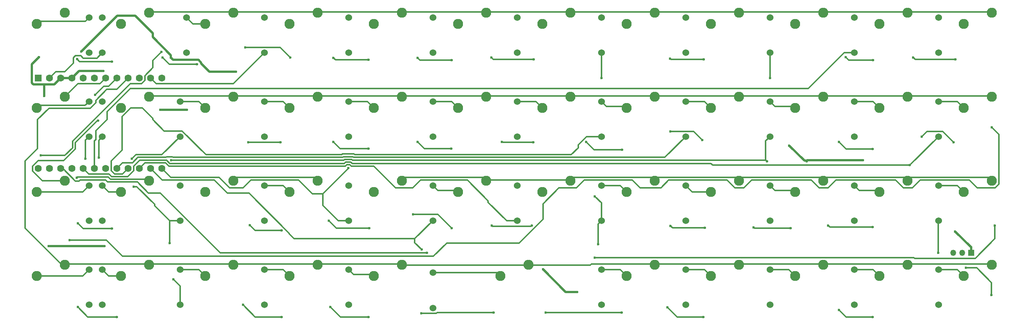
<source format=gtl>
G04 #@! TF.FileFunction,Copper,L1,Top,Mixed*
%FSLAX46Y46*%
G04 Gerber Fmt 4.6, Leading zero omitted, Abs format (unit mm)*
G04 Created by KiCad (PCBNEW 4.0.7) date 07/31/18 08:33:26*
%MOMM*%
%LPD*%
G01*
G04 APERTURE LIST*
%ADD10C,0.100000*%
%ADD11C,2.286000*%
%ADD12R,1.600000X1.600000*%
%ADD13C,1.600000*%
%ADD14R,1.350000X1.350000*%
%ADD15O,1.350000X1.350000*%
%ADD16C,1.524000*%
%ADD17C,0.600000*%
%ADD18C,0.500000*%
%ADD19C,0.300000*%
G04 APERTURE END LIST*
D10*
D11*
X61590000Y-34920000D03*
X55240000Y-37460000D03*
X80640000Y-34920000D03*
X74290000Y-37460000D03*
X99690000Y-34920000D03*
X93340000Y-37460000D03*
X118740000Y-34920000D03*
X112390000Y-37460000D03*
X137790000Y-34920000D03*
X131440000Y-37460000D03*
X156840000Y-34920000D03*
X150490000Y-37460000D03*
X175890000Y-34920000D03*
X169540000Y-37460000D03*
X194940000Y-34920000D03*
X188590000Y-37460000D03*
X213990000Y-34920000D03*
X207640000Y-37460000D03*
X233040000Y-34920000D03*
X226690000Y-37460000D03*
X252090000Y-34920000D03*
X245740000Y-37460000D03*
X42540000Y-53970000D03*
X36190000Y-56510000D03*
X61590000Y-53970000D03*
X55240000Y-56510000D03*
X80640000Y-53970000D03*
X74290000Y-56510000D03*
X99690000Y-53970000D03*
X93340000Y-56510000D03*
X118740000Y-53970000D03*
X112390000Y-56510000D03*
X137790000Y-53970000D03*
X131440000Y-56510000D03*
X156840000Y-53970000D03*
X150490000Y-56510000D03*
X175890000Y-53970000D03*
X169540000Y-56510000D03*
X194940000Y-53970000D03*
X188590000Y-56510000D03*
X213990000Y-53970000D03*
X207640000Y-56510000D03*
X233040000Y-53970000D03*
X226690000Y-56510000D03*
X252090000Y-53970000D03*
X245740000Y-56510000D03*
X42540000Y-73020000D03*
X36190000Y-75560000D03*
X61590000Y-73020000D03*
X55240000Y-75560000D03*
X80640000Y-73020000D03*
X74290000Y-75560000D03*
X99690000Y-73020000D03*
X93340000Y-75560000D03*
X118740000Y-73020000D03*
X112390000Y-75560000D03*
X137790000Y-73020000D03*
X131440000Y-75560000D03*
X156840000Y-73020000D03*
X150490000Y-75560000D03*
X175890000Y-73020000D03*
X169540000Y-75560000D03*
X194940000Y-73020000D03*
X188590000Y-75560000D03*
X213990000Y-73020000D03*
X207640000Y-75560000D03*
X233040000Y-73020000D03*
X226690000Y-75560000D03*
X252090000Y-73020000D03*
X245740000Y-75560000D03*
X42540000Y-92070000D03*
X36190000Y-94610000D03*
X61590000Y-92070000D03*
X55240000Y-94610000D03*
X80640000Y-92070000D03*
X74290000Y-94610000D03*
X99690000Y-92070000D03*
X93340000Y-94610000D03*
X118740000Y-92070000D03*
X112390000Y-94610000D03*
X147315000Y-92070000D03*
X140965000Y-94610000D03*
X175890000Y-92070000D03*
X169540000Y-94610000D03*
X194940000Y-92070000D03*
X188590000Y-94610000D03*
X213990000Y-92070000D03*
X207640000Y-94610000D03*
X233040000Y-92070000D03*
X226690000Y-94610000D03*
X252090000Y-92070000D03*
X245740000Y-94610000D03*
D12*
X36530000Y-49750000D03*
D13*
X39070000Y-49750000D03*
X41610000Y-49750000D03*
X44150000Y-49750000D03*
X46690000Y-49750000D03*
X49230000Y-49750000D03*
X51770000Y-49750000D03*
X54310000Y-49750000D03*
X56850000Y-49750000D03*
X59390000Y-49750000D03*
X61930000Y-49750000D03*
X64470000Y-49750000D03*
X64470000Y-70250000D03*
X61930000Y-70250000D03*
X59390000Y-70250000D03*
X56850000Y-70250000D03*
X54310000Y-70250000D03*
X51770000Y-70250000D03*
X49230000Y-70250000D03*
X46690000Y-70250000D03*
X44150000Y-70250000D03*
X41610000Y-70250000D03*
X39070000Y-70250000D03*
X36530000Y-70250000D03*
D11*
X42540000Y-34920000D03*
X36190000Y-37460000D03*
D14*
X247402000Y-89380000D03*
D15*
X245402000Y-89380000D03*
X243402000Y-89380000D03*
D16*
X240025000Y-63050000D03*
X240025000Y-55050000D03*
X48025000Y-44000000D03*
X48025000Y-36000000D03*
X51025000Y-44000000D03*
X51025000Y-36000000D03*
X70075000Y-44000000D03*
X70075000Y-36000000D03*
X87625000Y-44000000D03*
X87625000Y-36000000D03*
X106675000Y-44000000D03*
X106675000Y-36000000D03*
X125725000Y-44000000D03*
X125725000Y-36000000D03*
X144775000Y-44000000D03*
X144775000Y-36000000D03*
X163825000Y-44000000D03*
X163825000Y-36000000D03*
X182875000Y-44000000D03*
X182875000Y-36000000D03*
X201925000Y-44000000D03*
X201925000Y-36000000D03*
X220975000Y-44000000D03*
X220975000Y-36000000D03*
X240025000Y-44000000D03*
X240025000Y-36000000D03*
X48025000Y-63050000D03*
X48025000Y-55050000D03*
X51025000Y-63050000D03*
X51025000Y-55050000D03*
X68575000Y-63050000D03*
X68575000Y-55050000D03*
X87625000Y-63050000D03*
X87625000Y-55050000D03*
X106675000Y-63050000D03*
X106675000Y-55050000D03*
X125725000Y-63050000D03*
X125725000Y-55050000D03*
X144775000Y-63050000D03*
X144775000Y-55050000D03*
X163825000Y-63050000D03*
X163825000Y-55050000D03*
X182875000Y-63050000D03*
X182875000Y-55050000D03*
X201925000Y-63050000D03*
X201925000Y-55050000D03*
X220975000Y-63050000D03*
X220975000Y-55050000D03*
X48025000Y-82100000D03*
X48025000Y-74100000D03*
X51025000Y-82100000D03*
X51025000Y-74100000D03*
X68575000Y-82100000D03*
X68575000Y-74100000D03*
X87625000Y-82100000D03*
X87625000Y-74100000D03*
X106675000Y-82100000D03*
X106675000Y-74100000D03*
X125725000Y-82100000D03*
X125725000Y-74100000D03*
X144775000Y-82100000D03*
X144775000Y-74100000D03*
X163825000Y-82100000D03*
X163825000Y-74100000D03*
X182875000Y-82100000D03*
X182875000Y-74100000D03*
X201925000Y-82100000D03*
X201925000Y-74100000D03*
X220975000Y-82100000D03*
X220975000Y-74100000D03*
X240025000Y-82100000D03*
X240025000Y-74100000D03*
X48025000Y-101150000D03*
X48025000Y-93150000D03*
X51025000Y-101150000D03*
X51025000Y-93150000D03*
X68575000Y-101150000D03*
X68575000Y-93150000D03*
X87625000Y-101150000D03*
X87625000Y-93150000D03*
X106675000Y-101150000D03*
X106675000Y-93150000D03*
X125725000Y-101880000D03*
X125725000Y-93880000D03*
X163825000Y-101150000D03*
X163825000Y-93150000D03*
X182875000Y-101150000D03*
X182875000Y-93150000D03*
X201925000Y-101150000D03*
X201925000Y-93150000D03*
X220975000Y-101150000D03*
X220975000Y-93150000D03*
X240025000Y-101150000D03*
X240025000Y-93150000D03*
D17*
X38883800Y-87822100D03*
X51525000Y-87822100D03*
X222975000Y-68390500D03*
X210272700Y-68642900D03*
X243833200Y-84564100D03*
X51285100Y-48177000D03*
X150618700Y-93067400D03*
X158359300Y-98222200D03*
X64120400Y-56962300D03*
X70129500Y-56962300D03*
X37861000Y-53843900D03*
X36667800Y-45034600D03*
X206325100Y-65044000D03*
X45266300Y-72315700D03*
X49413600Y-53570400D03*
X50059000Y-59403200D03*
X81264700Y-48308800D03*
X66519600Y-45102300D03*
X46255400Y-43740300D03*
X53247400Y-46011900D03*
X45292500Y-45459200D03*
X72438700Y-46631700D03*
X64603800Y-45063800D03*
X93533000Y-45080000D03*
X83382700Y-42787600D03*
X111244100Y-45625600D03*
X103280200Y-45171900D03*
X129961600Y-45701900D03*
X122323400Y-45210100D03*
X148514300Y-45530900D03*
X138984600Y-45080000D03*
X186951800Y-45530900D03*
X179342500Y-45318500D03*
X225271900Y-45692000D03*
X219110500Y-45025800D03*
X243862500Y-45530900D03*
X234332800Y-45080000D03*
X37143800Y-67312100D03*
X64412700Y-43811700D03*
X91270400Y-64288700D03*
X84010400Y-64288700D03*
X111244100Y-65750200D03*
X103267100Y-64208800D03*
X129955500Y-65750200D03*
X122333300Y-64225000D03*
X148424700Y-64284300D03*
X141365700Y-64207400D03*
X168520900Y-65974000D03*
X160433300Y-64225000D03*
X186651000Y-63824300D03*
X179405200Y-61831600D03*
X225205500Y-65821000D03*
X217583300Y-64225000D03*
X243466500Y-64309000D03*
X236242000Y-63052600D03*
X43636400Y-86519000D03*
X252095100Y-60957800D03*
X53247400Y-83849300D03*
X45476500Y-82675200D03*
X91540500Y-84268600D03*
X84393600Y-83115600D03*
X111334700Y-83816400D03*
X102223500Y-82132400D03*
X129979200Y-83749500D03*
X121273500Y-80637400D03*
X148102400Y-83196100D03*
X139030700Y-83226100D03*
X187222100Y-83743300D03*
X179477000Y-83268700D03*
X206658400Y-83791900D03*
X198219500Y-83610100D03*
X225205500Y-83568200D03*
X215130400Y-83180000D03*
X162319100Y-90460700D03*
X252805900Y-83232900D03*
X54333500Y-103899800D03*
X45495100Y-101686800D03*
X91540500Y-103899800D03*
X82836000Y-101153000D03*
X111244100Y-103907200D03*
X102607800Y-101649500D03*
X139467400Y-102960700D03*
X123103400Y-103095100D03*
X168446500Y-102960700D03*
X151248100Y-102960700D03*
X186888700Y-103899600D03*
X178729800Y-101698600D03*
X225205500Y-103899600D03*
X217583300Y-102325000D03*
X124376800Y-89387200D03*
X47229100Y-68063300D03*
X50209000Y-67797300D03*
X66218400Y-87162400D03*
X67088300Y-95389000D03*
X57709400Y-68037900D03*
X58120000Y-74364400D03*
X106618300Y-70123800D03*
X123192800Y-88600800D03*
X163825000Y-49781700D03*
X163105800Y-87438900D03*
X162338300Y-76584200D03*
X201925000Y-49747500D03*
X201252400Y-68614000D03*
X66567400Y-68339300D03*
X233581600Y-69493400D03*
X239939200Y-89370300D03*
X252037900Y-98957400D03*
X246235400Y-92754700D03*
D18*
X38883800Y-87822100D02*
X51525000Y-87822100D01*
X247402000Y-89380000D02*
X247402000Y-88054700D01*
X247323800Y-88054700D02*
X247402000Y-88054700D01*
X243833200Y-84564100D02*
X247323800Y-88054700D01*
X45723000Y-48177000D02*
X51285100Y-48177000D01*
X44150000Y-49750000D02*
X45723000Y-48177000D01*
X155773500Y-98222200D02*
X158359300Y-98222200D01*
X150618700Y-93067400D02*
X155773500Y-98222200D01*
X64120400Y-56962300D02*
X70129500Y-56962300D01*
X41610000Y-49750000D02*
X44150000Y-49750000D01*
X35079600Y-46622800D02*
X36667800Y-45034600D01*
X35079600Y-50853200D02*
X35079600Y-46622800D01*
X35426800Y-51200400D02*
X35079600Y-50853200D01*
X37861000Y-51200400D02*
X35426800Y-51200400D01*
X40159600Y-51200400D02*
X37861000Y-51200400D01*
X41610000Y-49750000D02*
X40159600Y-51200400D01*
X37861000Y-51200400D02*
X37861000Y-53843900D01*
X210272700Y-68434200D02*
X210272700Y-68642900D01*
X210316400Y-68390500D02*
X210272700Y-68434200D01*
X222975000Y-68390500D02*
X210316400Y-68390500D01*
X209715300Y-68434200D02*
X206325100Y-65044000D01*
X210272700Y-68434200D02*
X209715300Y-68434200D01*
D19*
X233184500Y-53825500D02*
X233040000Y-53970000D01*
X251945500Y-53825500D02*
X233184500Y-53825500D01*
X252090000Y-53970000D02*
X251945500Y-53825500D01*
X156707600Y-53837600D02*
X156840000Y-53970000D01*
X137922400Y-53837600D02*
X156707600Y-53837600D01*
X137790000Y-53970000D02*
X137922400Y-53837600D01*
X175757600Y-53837600D02*
X175890000Y-53970000D01*
X156972400Y-53837600D02*
X175757600Y-53837600D01*
X156840000Y-53970000D02*
X156972400Y-53837600D01*
X194807600Y-53837600D02*
X194940000Y-53970000D01*
X176022400Y-53837600D02*
X194807600Y-53837600D01*
X175890000Y-53970000D02*
X176022400Y-53837600D01*
X213857600Y-53837600D02*
X213990000Y-53970000D01*
X195072400Y-53837600D02*
X213857600Y-53837600D01*
X194940000Y-53970000D02*
X195072400Y-53837600D01*
X232907600Y-53837600D02*
X233040000Y-53970000D01*
X214122400Y-53837600D02*
X232907600Y-53837600D01*
X213990000Y-53970000D02*
X214122400Y-53837600D01*
X80507800Y-53837800D02*
X80640000Y-53970000D01*
X80507800Y-53837700D02*
X80507800Y-53837800D01*
X61722300Y-53837700D02*
X80507800Y-53837700D01*
X61590000Y-53970000D02*
X61722300Y-53837700D01*
X99557600Y-53837600D02*
X99690000Y-53970000D01*
X80772400Y-53837600D02*
X99557600Y-53837600D01*
X80640000Y-53970000D02*
X80772400Y-53837600D01*
X118607600Y-53837600D02*
X118740000Y-53970000D01*
X99822400Y-53837600D02*
X118607600Y-53837600D01*
X99690000Y-53970000D02*
X99822400Y-53837600D01*
X137651300Y-53831300D02*
X137790000Y-53970000D01*
X118878700Y-53831300D02*
X137651300Y-53831300D01*
X118740000Y-53970000D02*
X118878700Y-53831300D01*
X45509600Y-51000400D02*
X42540000Y-53970000D01*
X50519600Y-51000400D02*
X45509600Y-51000400D01*
X51770000Y-49750000D02*
X50519600Y-51000400D01*
X119472700Y-72287300D02*
X118740000Y-73020000D01*
X137057300Y-72287300D02*
X119472700Y-72287300D01*
X137790000Y-73020000D02*
X137057300Y-72287300D01*
X137922400Y-72887600D02*
X137790000Y-73020000D01*
X156707600Y-72887600D02*
X137922400Y-72887600D01*
X156840000Y-73020000D02*
X156707600Y-72887600D01*
X233787800Y-72272200D02*
X233040000Y-73020000D01*
X251342200Y-72272200D02*
X233787800Y-72272200D01*
X252090000Y-73020000D02*
X251342200Y-72272200D01*
X214722700Y-72287300D02*
X213990000Y-73020000D01*
X232307300Y-72287300D02*
X214722700Y-72287300D01*
X233040000Y-73020000D02*
X232307300Y-72287300D01*
X195672700Y-72287300D02*
X194940000Y-73020000D01*
X213257300Y-72287300D02*
X195672700Y-72287300D01*
X213990000Y-73020000D02*
X213257300Y-72287300D01*
X98910200Y-72240200D02*
X99690000Y-73020000D01*
X81419800Y-72240200D02*
X98910200Y-72240200D01*
X80640000Y-73020000D02*
X81419800Y-72240200D01*
X157584800Y-72275200D02*
X156840000Y-73020000D01*
X175145200Y-72275200D02*
X157584800Y-72275200D01*
X175890000Y-73020000D02*
X175145200Y-72275200D01*
X194207300Y-72287300D02*
X194940000Y-73020000D01*
X176622700Y-72287300D02*
X194207300Y-72287300D01*
X175890000Y-73020000D02*
X176622700Y-72287300D01*
X61272900Y-72702900D02*
X61590000Y-73020000D01*
X52862400Y-72702900D02*
X61272900Y-72702900D01*
X52386200Y-72226700D02*
X52862400Y-72702900D01*
X45355300Y-72226700D02*
X52386200Y-72226700D01*
X45266300Y-72315700D02*
X45355300Y-72226700D01*
X51383200Y-51600800D02*
X49413600Y-53570400D01*
X52459200Y-51600800D02*
X51383200Y-51600800D01*
X54310000Y-49750000D02*
X52459200Y-51600800D01*
X37454100Y-73020000D02*
X42540000Y-73020000D01*
X35235200Y-70801100D02*
X37454100Y-73020000D01*
X35235200Y-69728200D02*
X35235200Y-70801100D01*
X36531800Y-68431600D02*
X35235200Y-69728200D01*
X42297200Y-68431600D02*
X36531800Y-68431600D01*
X44899800Y-65829000D02*
X42297200Y-68431600D01*
X44899800Y-64436000D02*
X44899800Y-65829000D01*
X49932600Y-59403200D02*
X44899800Y-64436000D01*
X50059000Y-59403200D02*
X49932600Y-59403200D01*
X99557600Y-91937600D02*
X99690000Y-92070000D01*
X80772400Y-91937600D02*
X99557600Y-91937600D01*
X80640000Y-92070000D02*
X80772400Y-91937600D01*
X233217500Y-91892500D02*
X233040000Y-92070000D01*
X251912500Y-91892500D02*
X233217500Y-91892500D01*
X252090000Y-92070000D02*
X251912500Y-91892500D01*
X176022400Y-91937600D02*
X175890000Y-92070000D01*
X194807600Y-91937600D02*
X176022400Y-91937600D01*
X194940000Y-92070000D02*
X194807600Y-91937600D01*
X213857600Y-91937600D02*
X213990000Y-92070000D01*
X195072400Y-91937600D02*
X213857600Y-91937600D01*
X194940000Y-92070000D02*
X195072400Y-91937600D01*
X232907600Y-91937600D02*
X233040000Y-92070000D01*
X214122400Y-91937600D02*
X232907600Y-91937600D01*
X213990000Y-92070000D02*
X214122400Y-91937600D01*
X175757600Y-91937600D02*
X175890000Y-92070000D01*
X161559800Y-91937600D02*
X175757600Y-91937600D01*
X161338500Y-92158900D02*
X161559800Y-91937600D01*
X147403900Y-92158900D02*
X161338500Y-92158900D01*
X147315000Y-92070000D02*
X147403900Y-92158900D01*
X61722400Y-91937600D02*
X61590000Y-92070000D01*
X80507600Y-91937600D02*
X61722400Y-91937600D01*
X80640000Y-92070000D02*
X80507600Y-91937600D01*
X61457600Y-91937600D02*
X61590000Y-92070000D01*
X42672400Y-91937600D02*
X61457600Y-91937600D01*
X42540000Y-92070000D02*
X42672400Y-91937600D01*
X118566800Y-91896800D02*
X118740000Y-92070000D01*
X99863200Y-91896800D02*
X118566800Y-91896800D01*
X99690000Y-92070000D02*
X99863200Y-91896800D01*
X147245600Y-92139400D02*
X147315000Y-92070000D01*
X118809400Y-92139400D02*
X147245600Y-92139400D01*
X118740000Y-92070000D02*
X118809400Y-92139400D01*
X41860500Y-92070000D02*
X42540000Y-92070000D01*
X33552600Y-83762100D02*
X41860500Y-92070000D01*
X33552600Y-68581700D02*
X33552600Y-83762100D01*
X36357200Y-65777100D02*
X33552600Y-68581700D01*
X36357200Y-59186600D02*
X36357200Y-65777100D01*
X38971600Y-56572200D02*
X36357200Y-59186600D01*
X48264300Y-56572200D02*
X38971600Y-56572200D01*
X49525000Y-55311500D02*
X48264300Y-56572200D01*
X49525000Y-54826200D02*
X49525000Y-55311500D01*
X52060700Y-52290500D02*
X49525000Y-54826200D01*
X54309500Y-52290500D02*
X52060700Y-52290500D01*
X56850000Y-49750000D02*
X54309500Y-52290500D01*
D18*
X54350700Y-35645000D02*
X46255400Y-43740300D01*
X58494300Y-35645000D02*
X54350700Y-35645000D01*
X62398300Y-39549000D02*
X58494300Y-35645000D01*
X62398300Y-40453300D02*
X62398300Y-39549000D01*
X66519600Y-44574600D02*
X62398300Y-40453300D01*
X66519600Y-45102300D02*
X66519600Y-44574600D01*
X67031400Y-45614100D02*
X66519600Y-45102300D01*
X72765100Y-45614100D02*
X67031400Y-45614100D01*
X73389000Y-46238000D02*
X72765100Y-45614100D01*
X73389000Y-46445300D02*
X73389000Y-46238000D01*
X75252500Y-48308800D02*
X73389000Y-46445300D01*
X81264700Y-48308800D02*
X75252500Y-48308800D01*
D19*
X233172400Y-34787600D02*
X233040000Y-34920000D01*
X251957600Y-34787600D02*
X233172400Y-34787600D01*
X252090000Y-34920000D02*
X251957600Y-34787600D01*
X214122400Y-34787600D02*
X213990000Y-34920000D01*
X232907600Y-34787600D02*
X214122400Y-34787600D01*
X233040000Y-34920000D02*
X232907600Y-34787600D01*
X195072400Y-34787600D02*
X194940000Y-34920000D01*
X213857600Y-34787600D02*
X195072400Y-34787600D01*
X213990000Y-34920000D02*
X213857600Y-34787600D01*
X156707600Y-34787600D02*
X156840000Y-34920000D01*
X137922400Y-34787600D02*
X156707600Y-34787600D01*
X137790000Y-34920000D02*
X137922400Y-34787600D01*
X156972400Y-34787600D02*
X156840000Y-34920000D01*
X175757600Y-34787600D02*
X156972400Y-34787600D01*
X175890000Y-34920000D02*
X175757600Y-34787600D01*
X194807600Y-34787600D02*
X194940000Y-34920000D01*
X176022400Y-34787600D02*
X194807600Y-34787600D01*
X175890000Y-34920000D02*
X176022400Y-34787600D01*
X99822400Y-34787600D02*
X99690000Y-34920000D01*
X118607600Y-34787600D02*
X99822400Y-34787600D01*
X118740000Y-34920000D02*
X118607600Y-34787600D01*
X137657600Y-34787600D02*
X137790000Y-34920000D01*
X118872400Y-34787600D02*
X137657600Y-34787600D01*
X118740000Y-34920000D02*
X118872400Y-34787600D01*
X61722400Y-34787600D02*
X61590000Y-34920000D01*
X80507600Y-34787600D02*
X61722400Y-34787600D01*
X80640000Y-34920000D02*
X80507600Y-34787600D01*
X99557600Y-34787600D02*
X99690000Y-34920000D01*
X80772400Y-34787600D02*
X99557600Y-34787600D01*
X80640000Y-34920000D02*
X80772400Y-34787600D01*
X45845200Y-46011900D02*
X45292500Y-45459200D01*
X53247400Y-46011900D02*
X45845200Y-46011900D01*
X66171700Y-46631700D02*
X64603800Y-45063800D01*
X72438700Y-46631700D02*
X66171700Y-46631700D01*
X91240600Y-42787600D02*
X83382700Y-42787600D01*
X93533000Y-45080000D02*
X91240600Y-42787600D01*
X103733900Y-45625600D02*
X103280200Y-45171900D01*
X111244100Y-45625600D02*
X103733900Y-45625600D01*
X122815200Y-45701900D02*
X122323400Y-45210100D01*
X129961600Y-45701900D02*
X122815200Y-45701900D01*
X139435500Y-45530900D02*
X138984600Y-45080000D01*
X148514300Y-45530900D02*
X139435500Y-45530900D01*
X179554900Y-45530900D02*
X179342500Y-45318500D01*
X186951800Y-45530900D02*
X179554900Y-45530900D01*
X219776700Y-45692000D02*
X219110500Y-45025800D01*
X225271900Y-45692000D02*
X219776700Y-45692000D01*
X234783700Y-45530900D02*
X234332800Y-45080000D01*
X243862500Y-45530900D02*
X234783700Y-45530900D01*
X42534900Y-67312100D02*
X37143800Y-67312100D01*
X44298800Y-65548200D02*
X42534900Y-67312100D01*
X44298800Y-64069000D02*
X44298800Y-65548200D01*
X57348300Y-51019500D02*
X44298800Y-64069000D01*
X59898600Y-51019500D02*
X57348300Y-51019500D01*
X60640400Y-50277700D02*
X59898600Y-51019500D01*
X60640400Y-49206700D02*
X60640400Y-50277700D01*
X62443400Y-47403700D02*
X60640400Y-49206700D01*
X62443400Y-45781000D02*
X62443400Y-47403700D01*
X64412700Y-43811700D02*
X62443400Y-45781000D01*
X84010400Y-64288700D02*
X91270400Y-64288700D01*
X104808500Y-65750200D02*
X103267100Y-64208800D01*
X111244100Y-65750200D02*
X104808500Y-65750200D01*
X123858500Y-65750200D02*
X122333300Y-64225000D01*
X129955500Y-65750200D02*
X123858500Y-65750200D01*
X141442600Y-64284300D02*
X148424700Y-64284300D01*
X141365700Y-64207400D02*
X141442600Y-64284300D01*
X162182300Y-65974000D02*
X168520900Y-65974000D01*
X160433300Y-64225000D02*
X162182300Y-65974000D01*
X184658300Y-61831600D02*
X179405200Y-61831600D01*
X186651000Y-63824300D02*
X184658300Y-61831600D01*
X219179300Y-65821000D02*
X217583300Y-64225000D01*
X225205500Y-65821000D02*
X219179300Y-65821000D01*
X237463000Y-61831600D02*
X236242000Y-63052600D01*
X240989100Y-61831600D02*
X237463000Y-61831600D01*
X243466500Y-64309000D02*
X240989100Y-61831600D01*
X51933700Y-86519000D02*
X43636400Y-86519000D01*
X55587500Y-90172800D02*
X51933700Y-86519000D01*
X125856900Y-90172800D02*
X55587500Y-90172800D01*
X128893100Y-87136600D02*
X125856900Y-90172800D01*
X145262200Y-87136600D02*
X128893100Y-87136600D01*
X150629500Y-81769300D02*
X145262200Y-87136600D01*
X150629500Y-78252400D02*
X150629500Y-81769300D01*
X154199200Y-74682700D02*
X150629500Y-78252400D01*
X158195300Y-74682700D02*
X154199200Y-74682700D01*
X160002400Y-72875600D02*
X158195300Y-74682700D01*
X170807200Y-72875600D02*
X160002400Y-72875600D01*
X172545700Y-74614100D02*
X170807200Y-72875600D01*
X177313900Y-74614100D02*
X172545700Y-74614100D01*
X179040300Y-72887700D02*
X177313900Y-74614100D01*
X192267700Y-72887700D02*
X179040300Y-72887700D01*
X194032900Y-74652900D02*
X192267700Y-72887700D01*
X196038500Y-74652900D02*
X194032900Y-74652900D01*
X197803700Y-72887700D02*
X196038500Y-74652900D01*
X211317700Y-72887700D02*
X197803700Y-72887700D01*
X213082900Y-74652900D02*
X211317700Y-72887700D01*
X215088500Y-74652900D02*
X213082900Y-74652900D01*
X216853700Y-72887700D02*
X215088500Y-74652900D01*
X230367700Y-72887700D02*
X216853700Y-72887700D01*
X232132900Y-74652900D02*
X230367700Y-72887700D01*
X234138500Y-74652900D02*
X232132900Y-74652900D01*
X235918800Y-72872600D02*
X234138500Y-74652900D01*
X247004200Y-72872600D02*
X235918800Y-72872600D01*
X248745700Y-74614100D02*
X247004200Y-72872600D01*
X252829100Y-74614100D02*
X248745700Y-74614100D01*
X253687000Y-73756200D02*
X252829100Y-74614100D01*
X253687000Y-62549700D02*
X253687000Y-73756200D01*
X252095100Y-60957800D02*
X253687000Y-62549700D01*
X46650600Y-83849300D02*
X45476500Y-82675200D01*
X53247400Y-83849300D02*
X46650600Y-83849300D01*
X85546600Y-84268600D02*
X84393600Y-83115600D01*
X91540500Y-84268600D02*
X85546600Y-84268600D01*
X103907500Y-83816400D02*
X102223500Y-82132400D01*
X111334700Y-83816400D02*
X103907500Y-83816400D01*
X126867100Y-80637400D02*
X121273500Y-80637400D01*
X129979200Y-83749500D02*
X126867100Y-80637400D01*
X147934100Y-83364400D02*
X148102400Y-83196100D01*
X139169000Y-83364400D02*
X147934100Y-83364400D01*
X139030700Y-83226100D02*
X139169000Y-83364400D01*
X179951600Y-83743300D02*
X179477000Y-83268700D01*
X187222100Y-83743300D02*
X179951600Y-83743300D01*
X198401300Y-83791900D02*
X198219500Y-83610100D01*
X206658400Y-83791900D02*
X198401300Y-83791900D01*
X215518600Y-83568200D02*
X215130400Y-83180000D01*
X225205500Y-83568200D02*
X215518600Y-83568200D01*
X234488700Y-90460700D02*
X162319100Y-90460700D01*
X234633400Y-90605400D02*
X234488700Y-90460700D01*
X248326200Y-90605400D02*
X234633400Y-90605400D01*
X252805900Y-86125700D02*
X248326200Y-90605400D01*
X252805900Y-83232900D02*
X252805900Y-86125700D01*
X47708100Y-103899800D02*
X45495100Y-101686800D01*
X54333500Y-103899800D02*
X47708100Y-103899800D01*
X85582800Y-103899800D02*
X82836000Y-101153000D01*
X91540500Y-103899800D02*
X85582800Y-103899800D01*
X104865500Y-103907200D02*
X102607800Y-101649500D01*
X111244100Y-103907200D02*
X104865500Y-103907200D01*
X126660900Y-102960700D02*
X139467400Y-102960700D01*
X126526500Y-103095100D02*
X126660900Y-102960700D01*
X123103400Y-103095100D02*
X126526500Y-103095100D01*
X151248100Y-102960700D02*
X168446500Y-102960700D01*
X180930800Y-103899600D02*
X178729800Y-101698600D01*
X186888700Y-103899600D02*
X180930800Y-103899600D01*
X219157900Y-103899600D02*
X217583300Y-102325000D01*
X225205500Y-103899600D02*
X219157900Y-103899600D01*
X42088000Y-70250000D02*
X41610000Y-70250000D01*
X44940800Y-73102800D02*
X42088000Y-70250000D01*
X45736900Y-73102800D02*
X44940800Y-73102800D01*
X45998600Y-72841100D02*
X45736900Y-73102800D01*
X51727500Y-72841100D02*
X45998600Y-72841100D01*
X52189700Y-73303300D02*
X51727500Y-72841100D01*
X58942600Y-73303300D02*
X52189700Y-73303300D01*
X61447400Y-75808100D02*
X58942600Y-73303300D01*
X64130600Y-75808100D02*
X61447400Y-75808100D01*
X77709700Y-89387200D02*
X64130600Y-75808100D01*
X124376800Y-89387200D02*
X77709700Y-89387200D01*
X47229100Y-63845900D02*
X47229100Y-68063300D01*
X48025000Y-63050000D02*
X47229100Y-63845900D01*
X36790300Y-36859700D02*
X36190000Y-37460000D01*
X47165300Y-36859700D02*
X36790300Y-36859700D01*
X48025000Y-36000000D02*
X47165300Y-36859700D01*
X49790200Y-45234800D02*
X51025000Y-44000000D01*
X46672200Y-45234800D02*
X49790200Y-45234800D01*
X46142200Y-44704800D02*
X46672200Y-45234800D01*
X44942400Y-44704800D02*
X46142200Y-44704800D01*
X44506200Y-45141000D02*
X44942400Y-44704800D01*
X44506200Y-46326300D02*
X44506200Y-45141000D01*
X42514200Y-48318300D02*
X44506200Y-46326300D01*
X40501700Y-48318300D02*
X42514200Y-48318300D01*
X39070000Y-49750000D02*
X40501700Y-48318300D01*
X50209000Y-63866000D02*
X50209000Y-67797300D01*
X51025000Y-63050000D02*
X50209000Y-63866000D01*
X68575000Y-96875600D02*
X68575000Y-101150000D01*
X68574900Y-96875600D02*
X68575000Y-96875600D01*
X67088300Y-95389000D02*
X68574900Y-96875600D01*
X66240300Y-87140500D02*
X66218400Y-87162400D01*
X66240300Y-82100000D02*
X66240300Y-87140500D01*
X68575000Y-82100000D02*
X66240300Y-82100000D01*
X58120000Y-74364500D02*
X58120000Y-74364400D01*
X58829700Y-74364500D02*
X58120000Y-74364500D01*
X62828700Y-78363500D02*
X58829700Y-74364500D01*
X62828700Y-78688400D02*
X62828700Y-78363500D01*
X66240300Y-82100000D02*
X62828700Y-78688400D01*
X58626900Y-67120400D02*
X57709400Y-68037900D01*
X64504600Y-67120400D02*
X58626900Y-67120400D01*
X68575000Y-63050000D02*
X64504600Y-67120400D01*
X71535000Y-37460000D02*
X70075000Y-36000000D01*
X74290000Y-37460000D02*
X71535000Y-37460000D01*
X63181900Y-51001900D02*
X61930000Y-49750000D01*
X80623100Y-51001900D02*
X63181900Y-51001900D01*
X87625000Y-44000000D02*
X80623100Y-51001900D01*
X106618300Y-70216300D02*
X106618300Y-70123800D01*
X100878600Y-75956000D02*
X106618300Y-70216300D01*
X100878600Y-78619400D02*
X100878600Y-75956000D01*
X104359200Y-82100000D02*
X100878600Y-78619400D01*
X106675000Y-82100000D02*
X104359200Y-82100000D01*
X66475900Y-72255900D02*
X64470000Y-70250000D01*
X77431000Y-72255900D02*
X66475900Y-72255900D01*
X79794500Y-74619400D02*
X77431000Y-72255900D01*
X82858400Y-74619400D02*
X79794500Y-74619400D01*
X84635300Y-72842500D02*
X82858400Y-74619400D01*
X95398800Y-72842500D02*
X84635300Y-72842500D01*
X98512300Y-75956000D02*
X95398800Y-72842500D01*
X100878600Y-75956000D02*
X98512300Y-75956000D01*
X121651500Y-87059500D02*
X123192800Y-88600800D01*
X121651500Y-86173500D02*
X121651500Y-87059500D01*
X94360200Y-86173500D02*
X121651500Y-86173500D01*
X93272000Y-85085300D02*
X94360200Y-86173500D01*
X93272000Y-84930200D02*
X93272000Y-85085300D01*
X84153600Y-75811800D02*
X93272000Y-84930200D01*
X79268700Y-75811800D02*
X84153600Y-75811800D01*
X76313100Y-72856200D02*
X79268700Y-75811800D01*
X64536200Y-72856200D02*
X76313100Y-72856200D01*
X61930000Y-70250000D02*
X64536200Y-72856200D01*
X121651500Y-86173500D02*
X125725000Y-82100000D01*
X60641000Y-68999000D02*
X59390000Y-70250000D01*
X65317200Y-68999000D02*
X60641000Y-68999000D01*
X66036200Y-69718000D02*
X65317200Y-68999000D01*
X105963100Y-69718000D02*
X66036200Y-69718000D01*
X106307600Y-69373500D02*
X105963100Y-69718000D01*
X106929100Y-69373500D02*
X106307600Y-69373500D01*
X107273600Y-69718000D02*
X106929100Y-69373500D01*
X112378700Y-69718000D02*
X107273600Y-69718000D01*
X117306000Y-74645300D02*
X112378700Y-69718000D01*
X121232800Y-74645300D02*
X117306000Y-74645300D01*
X122990400Y-72887700D02*
X121232800Y-74645300D01*
X133544000Y-72887700D02*
X122990400Y-72887700D01*
X138240400Y-77584100D02*
X133544000Y-72887700D01*
X138240400Y-77925200D02*
X138240400Y-77584100D01*
X142415200Y-82100000D02*
X138240400Y-77925200D01*
X144775000Y-82100000D02*
X142415200Y-82100000D01*
X36728300Y-55971700D02*
X36190000Y-56510000D01*
X47103300Y-55971700D02*
X36728300Y-55971700D01*
X48025000Y-55050000D02*
X47103300Y-55971700D01*
X72830000Y-55050000D02*
X68575000Y-55050000D01*
X74290000Y-56510000D02*
X72830000Y-55050000D01*
X91880000Y-55050000D02*
X93340000Y-56510000D01*
X87625000Y-55050000D02*
X91880000Y-55050000D01*
X110930000Y-55050000D02*
X112390000Y-56510000D01*
X106675000Y-55050000D02*
X110930000Y-55050000D01*
X129980000Y-55050000D02*
X131440000Y-56510000D01*
X125725000Y-55050000D02*
X129980000Y-55050000D01*
X149030000Y-55050000D02*
X150490000Y-56510000D01*
X144775000Y-55050000D02*
X149030000Y-55050000D01*
X164999800Y-56224800D02*
X163825000Y-55050000D01*
X169254900Y-56224800D02*
X164999800Y-56224800D01*
X169254900Y-56224900D02*
X169254900Y-56224800D01*
X169540000Y-56510000D02*
X169254900Y-56224900D01*
X187130000Y-55050000D02*
X188590000Y-56510000D01*
X182875000Y-55050000D02*
X187130000Y-55050000D01*
X203099800Y-56224800D02*
X201925000Y-55050000D01*
X207354900Y-56224800D02*
X203099800Y-56224800D01*
X207354900Y-56224900D02*
X207354900Y-56224800D01*
X207640000Y-56510000D02*
X207354900Y-56224900D01*
X225230000Y-55050000D02*
X226690000Y-56510000D01*
X220975000Y-55050000D02*
X225230000Y-55050000D01*
X244280000Y-55050000D02*
X245740000Y-56510000D01*
X240025000Y-55050000D02*
X244280000Y-55050000D01*
X46565000Y-75560000D02*
X48025000Y-74100000D01*
X36190000Y-75560000D02*
X46565000Y-75560000D01*
X52485000Y-75560000D02*
X51025000Y-74100000D01*
X55240000Y-75560000D02*
X52485000Y-75560000D01*
X91880000Y-74100000D02*
X87625000Y-74100000D01*
X93340000Y-75560000D02*
X91880000Y-74100000D01*
X126899800Y-75274800D02*
X125725000Y-74100000D01*
X131154900Y-75274800D02*
X126899800Y-75274800D01*
X131154900Y-75274900D02*
X131154900Y-75274800D01*
X131440000Y-75560000D02*
X131154900Y-75274900D01*
X168080000Y-74100000D02*
X163825000Y-74100000D01*
X169540000Y-75560000D02*
X168080000Y-74100000D01*
X184335000Y-75560000D02*
X182875000Y-74100000D01*
X188590000Y-75560000D02*
X184335000Y-75560000D01*
X203099800Y-75274800D02*
X201925000Y-74100000D01*
X207354900Y-75274800D02*
X203099800Y-75274800D01*
X207354900Y-75274900D02*
X207354900Y-75274800D01*
X207640000Y-75560000D02*
X207354900Y-75274900D01*
X222149800Y-75274800D02*
X220975000Y-74100000D01*
X226404900Y-75274800D02*
X222149800Y-75274800D01*
X226404900Y-75274900D02*
X226404900Y-75274800D01*
X226690000Y-75560000D02*
X226404900Y-75274900D01*
X244280000Y-74100000D02*
X240025000Y-74100000D01*
X245740000Y-75560000D02*
X244280000Y-74100000D01*
X46565000Y-94610000D02*
X48025000Y-93150000D01*
X36190000Y-94610000D02*
X46565000Y-94610000D01*
X52485000Y-94610000D02*
X51025000Y-93150000D01*
X55240000Y-94610000D02*
X52485000Y-94610000D01*
X72830000Y-93150000D02*
X74290000Y-94610000D01*
X68575000Y-93150000D02*
X72830000Y-93150000D01*
X91880000Y-93150000D02*
X93340000Y-94610000D01*
X87625000Y-93150000D02*
X91880000Y-93150000D01*
X107849800Y-94324800D02*
X106675000Y-93150000D01*
X112104900Y-94324800D02*
X107849800Y-94324800D01*
X112104900Y-94324900D02*
X112104900Y-94324800D01*
X112390000Y-94610000D02*
X112104900Y-94324900D01*
X140235000Y-93880000D02*
X125725000Y-93880000D01*
X140965000Y-94610000D02*
X140235000Y-93880000D01*
X168080000Y-93150000D02*
X169540000Y-94610000D01*
X163825000Y-93150000D02*
X168080000Y-93150000D01*
X187130000Y-93150000D02*
X188590000Y-94610000D01*
X182875000Y-93150000D02*
X187130000Y-93150000D01*
X206180000Y-93150000D02*
X207640000Y-94610000D01*
X201925000Y-93150000D02*
X206180000Y-93150000D01*
X225230000Y-93150000D02*
X226690000Y-94610000D01*
X220975000Y-93150000D02*
X225230000Y-93150000D01*
X244280000Y-93150000D02*
X245740000Y-94610000D01*
X240025000Y-93150000D02*
X244280000Y-93150000D01*
X163825000Y-49781700D02*
X163825000Y-44000000D01*
X163825000Y-78070900D02*
X162338300Y-76584200D01*
X163825000Y-82100000D02*
X163825000Y-78070900D01*
X163105800Y-82819200D02*
X163105800Y-87438900D01*
X163825000Y-82100000D02*
X163105800Y-82819200D01*
X55597700Y-71502300D02*
X56850000Y-70250000D01*
X53778200Y-71502300D02*
X55597700Y-71502300D01*
X53040000Y-70764100D02*
X53778200Y-71502300D01*
X53040000Y-68521100D02*
X53040000Y-70764100D01*
X55492400Y-66068700D02*
X53040000Y-68521100D01*
X55492400Y-58510800D02*
X55492400Y-66068700D01*
X55492500Y-58510800D02*
X55492400Y-58510800D01*
X57446900Y-56556400D02*
X55492500Y-58510800D01*
X60053600Y-56556400D02*
X57446900Y-56556400D01*
X62398300Y-58901100D02*
X60053600Y-56556400D01*
X62398300Y-59166300D02*
X62398300Y-58901100D01*
X64983200Y-61751200D02*
X62398300Y-59166300D01*
X69063700Y-61751200D02*
X64983200Y-61751200D01*
X74445000Y-67132500D02*
X69063700Y-61751200D01*
X105153000Y-67132500D02*
X74445000Y-67132500D01*
X105313200Y-66972300D02*
X105153000Y-67132500D01*
X107923500Y-66972300D02*
X105313200Y-66972300D01*
X108083700Y-67132500D02*
X107923500Y-66972300D01*
X157045100Y-67132500D02*
X108083700Y-67132500D01*
X158618500Y-65559100D02*
X157045100Y-67132500D01*
X158618500Y-64941900D02*
X158618500Y-65559100D01*
X160510400Y-63050000D02*
X158618500Y-64941900D01*
X163825000Y-63050000D02*
X160510400Y-63050000D01*
X55607400Y-68952600D02*
X54310000Y-70250000D01*
X57855800Y-68952600D02*
X55607400Y-68952600D01*
X59073300Y-67735100D02*
X57855800Y-68952600D01*
X65430100Y-67735100D02*
X59073300Y-67735100D01*
X65585100Y-67580100D02*
X65430100Y-67735100D01*
X66869300Y-67580100D02*
X65585100Y-67580100D01*
X67024300Y-67735100D02*
X66869300Y-67580100D01*
X105399300Y-67735100D02*
X67024300Y-67735100D01*
X105561800Y-67572600D02*
X105399300Y-67735100D01*
X107674900Y-67572600D02*
X105561800Y-67572600D01*
X107837400Y-67735100D02*
X107674900Y-67572600D01*
X178189900Y-67735100D02*
X107837400Y-67735100D01*
X182875000Y-63050000D02*
X178189900Y-67735100D01*
X201925000Y-49747500D02*
X201925000Y-44000000D01*
X200977700Y-63997300D02*
X200977700Y-68339300D01*
X201925000Y-63050000D02*
X200977700Y-63997300D01*
X200977700Y-68339300D02*
X201252400Y-68614000D01*
X105644000Y-68339300D02*
X66567400Y-68339300D01*
X105810400Y-68172900D02*
X105644000Y-68339300D01*
X107426300Y-68172900D02*
X105810400Y-68172900D01*
X107592700Y-68339300D02*
X107426300Y-68172900D01*
X200977700Y-68339300D02*
X107592700Y-68339300D01*
X218691600Y-44000000D02*
X220975000Y-44000000D01*
X210594700Y-52096900D02*
X218691600Y-44000000D01*
X57365400Y-52096900D02*
X210594700Y-52096900D01*
X52064500Y-57397800D02*
X57365400Y-52096900D01*
X52064500Y-59115200D02*
X52064500Y-57397800D01*
X49525000Y-61654700D02*
X52064500Y-59115200D01*
X49525000Y-63700900D02*
X49525000Y-61654700D01*
X49230000Y-63995900D02*
X49525000Y-63700900D01*
X49230000Y-70250000D02*
X49230000Y-63995900D01*
X233581600Y-69493400D02*
X240025000Y-63050000D01*
X239939200Y-82185800D02*
X239939200Y-89370300D01*
X240025000Y-82100000D02*
X239939200Y-82185800D01*
X47942100Y-71502100D02*
X46690000Y-70250000D01*
X52553000Y-71502100D02*
X47942100Y-71502100D01*
X53153500Y-72102600D02*
X52553000Y-71502100D01*
X56775700Y-72102600D02*
X53153500Y-72102600D01*
X58120000Y-70758300D02*
X56775700Y-72102600D01*
X58120000Y-69733000D02*
X58120000Y-70758300D01*
X59454300Y-68398700D02*
X58120000Y-69733000D01*
X65565800Y-68398700D02*
X59454300Y-68398700D01*
X66284800Y-69117700D02*
X65565800Y-68398700D01*
X105714500Y-69117700D02*
X66284800Y-69117700D01*
X106059000Y-68773200D02*
X105714500Y-69117700D01*
X107177700Y-68773200D02*
X106059000Y-68773200D01*
X107522200Y-69117700D02*
X107177700Y-68773200D01*
X188625400Y-69117700D02*
X107522200Y-69117700D01*
X189001100Y-69493400D02*
X188625400Y-69117700D01*
X233581600Y-69493400D02*
X189001100Y-69493400D01*
X252037800Y-98957400D02*
X252037900Y-98957400D01*
X252037800Y-96128000D02*
X252037800Y-98957400D01*
X248664500Y-92754700D02*
X252037800Y-96128000D01*
X246235400Y-92754700D02*
X248664500Y-92754700D01*
M02*

</source>
